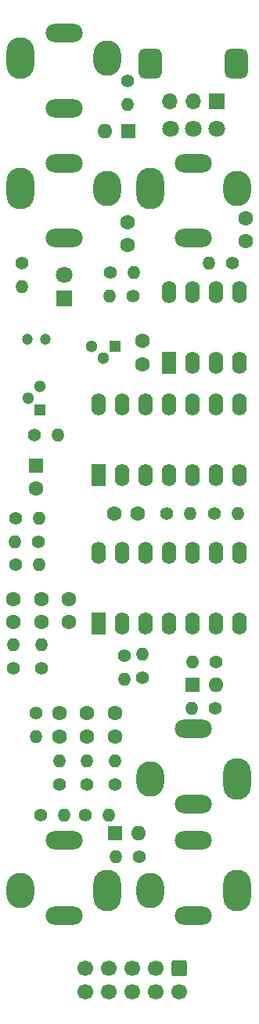
<source format=gbs>
%TF.GenerationSoftware,KiCad,Pcbnew,(6.0.1)*%
%TF.CreationDate,2022-11-03T13:02:17-04:00*%
%TF.ProjectId,ER-SH-NOISE-01,45522d53-482d-44e4-9f49-53452d30312e,1*%
%TF.SameCoordinates,Original*%
%TF.FileFunction,Soldermask,Bot*%
%TF.FilePolarity,Negative*%
%FSLAX46Y46*%
G04 Gerber Fmt 4.6, Leading zero omitted, Abs format (unit mm)*
G04 Created by KiCad (PCBNEW (6.0.1)) date 2022-11-03 13:02:17*
%MOMM*%
%LPD*%
G01*
G04 APERTURE LIST*
G04 Aperture macros list*
%AMRoundRect*
0 Rectangle with rounded corners*
0 $1 Rounding radius*
0 $2 $3 $4 $5 $6 $7 $8 $9 X,Y pos of 4 corners*
0 Add a 4 corners polygon primitive as box body*
4,1,4,$2,$3,$4,$5,$6,$7,$8,$9,$2,$3,0*
0 Add four circle primitives for the rounded corners*
1,1,$1+$1,$2,$3*
1,1,$1+$1,$4,$5*
1,1,$1+$1,$6,$7*
1,1,$1+$1,$8,$9*
0 Add four rect primitives between the rounded corners*
20,1,$1+$1,$2,$3,$4,$5,0*
20,1,$1+$1,$4,$5,$6,$7,0*
20,1,$1+$1,$6,$7,$8,$9,0*
20,1,$1+$1,$8,$9,$2,$3,0*%
G04 Aperture macros list end*
%ADD10R,1.600000X2.400000*%
%ADD11O,1.600000X2.400000*%
%ADD12C,1.400000*%
%ADD13O,1.400000X1.400000*%
%ADD14R,1.600000X1.600000*%
%ADD15O,1.600000X1.600000*%
%ADD16C,1.600000*%
%ADD17R,1.700000X1.700000*%
%ADD18O,1.700000X1.700000*%
%ADD19RoundRect,0.250000X-0.600000X0.600000X-0.600000X-0.600000X0.600000X-0.600000X0.600000X0.600000X0*%
%ADD20C,1.700000*%
%ADD21R,1.300000X1.300000*%
%ADD22C,1.300000*%
%ADD23C,1.200000*%
%ADD24O,3.000000X4.500000*%
%ADD25O,3.000000X3.800000*%
%ADD26O,4.000000X2.000000*%
%ADD27RoundRect,0.578704X0.671296X-1.021296X0.671296X1.021296X-0.671296X1.021296X-0.671296X-1.021296X0*%
%ADD28RoundRect,0.625000X0.625000X-0.975000X0.625000X0.975000X-0.625000X0.975000X-0.625000X-0.975000X0*%
%ADD29C,1.800000*%
%ADD30R,1.800000X1.800000*%
G04 APERTURE END LIST*
D10*
%TO.C,U1*%
X116850008Y-48249992D03*
D11*
X119390008Y-48249992D03*
X121930008Y-48249992D03*
X124470008Y-48249992D03*
X124470008Y-40629992D03*
X121930008Y-40629992D03*
X119390008Y-40629992D03*
X116850008Y-40629992D03*
%TD*%
D12*
%TO.C,R19*%
X105000000Y-93720000D03*
D13*
X105000000Y-91180000D03*
%TD*%
D14*
%TO.C,D2*%
X111045515Y-98958400D03*
D15*
X113585515Y-98958400D03*
%TD*%
D12*
%TO.C,R6*%
X102280000Y-56000000D03*
D13*
X104820000Y-56000000D03*
%TD*%
D10*
%TO.C,U2*%
X109214996Y-60314992D03*
D11*
X111754996Y-60314992D03*
X114294996Y-60314992D03*
X116834996Y-60314992D03*
X119374996Y-60314992D03*
X121914996Y-60314992D03*
X124454996Y-60314992D03*
X124454996Y-52694992D03*
X121914996Y-52694992D03*
X119374996Y-52694992D03*
X116834996Y-52694992D03*
X114294996Y-52694992D03*
X111754996Y-52694992D03*
X109214996Y-52694992D03*
%TD*%
D16*
%TO.C,C12*%
X111000007Y-88500001D03*
X111000007Y-86000001D03*
%TD*%
%TO.C,C1*%
X112395000Y-33039990D03*
X112395000Y-35539990D03*
%TD*%
D12*
%TO.C,R13*%
X103045000Y-81150000D03*
D13*
X103045000Y-78610000D03*
%TD*%
D12*
%TO.C,R5*%
X112980000Y-41000000D03*
D13*
X110440000Y-41000000D03*
%TD*%
D12*
%TO.C,R3*%
X123720000Y-37500000D03*
D13*
X121180000Y-37500000D03*
%TD*%
D17*
%TO.C,J2*%
X122025004Y-20000001D03*
D18*
X119485004Y-20000001D03*
X116945004Y-20000001D03*
%TD*%
D14*
%TO.C,D3*%
X119380000Y-82956400D03*
D15*
X121920000Y-82956400D03*
%TD*%
D12*
%TO.C,R18*%
X102500000Y-86000000D03*
D13*
X102500000Y-88540000D03*
%TD*%
D19*
%TO.C,J8*%
X118000000Y-113500000D03*
D20*
X118000000Y-116040000D03*
X115460000Y-113500000D03*
X115460000Y-116040000D03*
X112920000Y-113500000D03*
X112920000Y-116040000D03*
X110380000Y-113500000D03*
X110380000Y-116040000D03*
X107840000Y-113500000D03*
X107840000Y-116040000D03*
%TD*%
D12*
%TO.C,R11*%
X100280000Y-70000000D03*
D13*
X102820000Y-70000000D03*
%TD*%
D12*
%TO.C,R23*%
X107780000Y-97000000D03*
D13*
X110320000Y-97000000D03*
%TD*%
D16*
%TO.C,C7*%
X100045012Y-76180010D03*
X100045012Y-73680010D03*
%TD*%
D14*
%TO.C,D1*%
X112423686Y-23241000D03*
D15*
X109883686Y-23241000D03*
%TD*%
D14*
%TO.C,C5*%
X102500000Y-59294888D03*
D16*
X102500000Y-61794888D03*
%TD*%
D12*
%TO.C,R4*%
X110540000Y-38500000D03*
D13*
X113080000Y-38500000D03*
%TD*%
D12*
%TO.C,R2*%
X100965000Y-37515000D03*
D13*
X100965000Y-40055000D03*
%TD*%
D12*
%TO.C,R15*%
X114000000Y-82220000D03*
D13*
X114000000Y-79680000D03*
%TD*%
D12*
%TO.C,R20*%
X108000000Y-93720000D03*
D13*
X108000000Y-91180000D03*
%TD*%
D12*
%TO.C,R9*%
X100280000Y-65000000D03*
D13*
X102820000Y-65000000D03*
%TD*%
D10*
%TO.C,U3*%
X109214996Y-76300000D03*
D11*
X111754996Y-76300000D03*
X114294996Y-76300000D03*
X116834996Y-76300000D03*
X119374996Y-76300000D03*
X121914996Y-76300000D03*
X124454996Y-76300000D03*
X124454996Y-68680000D03*
X121914996Y-68680000D03*
X119374996Y-68680000D03*
X116834996Y-68680000D03*
X114294996Y-68680000D03*
X111754996Y-68680000D03*
X109214996Y-68680000D03*
%TD*%
D12*
%TO.C,R8*%
X121780000Y-64500000D03*
D13*
X124320000Y-64500000D03*
%TD*%
D12*
%TO.C,R14*%
X112000000Y-79780000D03*
D13*
X112000000Y-82320000D03*
%TD*%
D16*
%TO.C,C9*%
X106045000Y-76180010D03*
X106045000Y-73680010D03*
%TD*%
D12*
%TO.C,R7*%
X116650000Y-64500000D03*
D13*
X119190000Y-64500000D03*
%TD*%
D12*
%TO.C,R1*%
X112395000Y-17830000D03*
D13*
X112395000Y-20370000D03*
%TD*%
D16*
%TO.C,C6*%
X110954990Y-64500000D03*
X113454990Y-64500000D03*
%TD*%
D21*
%TO.C,Q2*%
X102860000Y-53270000D03*
D22*
X101590000Y-52000000D03*
X102860000Y-50730000D03*
%TD*%
D16*
%TO.C,C8*%
X103045006Y-76180010D03*
X103045006Y-73680010D03*
%TD*%
D21*
%TO.C,Q1*%
X110998000Y-46482000D03*
D22*
X109728000Y-47752000D03*
X108458000Y-46482000D03*
%TD*%
D12*
%TO.C,R22*%
X103000000Y-97000000D03*
D13*
X105540000Y-97000000D03*
%TD*%
D12*
%TO.C,R21*%
X111000000Y-93720000D03*
D13*
X111000000Y-91180000D03*
%TD*%
D12*
%TO.C,R24*%
X113640400Y-101447600D03*
D13*
X111100400Y-101447600D03*
%TD*%
D16*
%TO.C,C4*%
X113995200Y-45872400D03*
X113995200Y-48372400D03*
%TD*%
D12*
%TO.C,R12*%
X100045000Y-81150000D03*
D13*
X100045000Y-78610000D03*
%TD*%
D12*
%TO.C,R17*%
X121870000Y-85496400D03*
D13*
X119330000Y-85496400D03*
%TD*%
D12*
%TO.C,R16*%
X121920800Y-80518000D03*
D13*
X119380800Y-80518000D03*
%TD*%
D23*
%TO.C,C3*%
X103500000Y-45720000D03*
X101500000Y-45720000D03*
%TD*%
D16*
%TO.C,C10*%
X104999993Y-88500001D03*
X104999993Y-86000001D03*
%TD*%
D12*
%TO.C,R10*%
X102720000Y-67500000D03*
D13*
X100180000Y-67500000D03*
%TD*%
D16*
%TO.C,C11*%
X108000013Y-88500001D03*
X108000013Y-86000001D03*
%TD*%
%TO.C,C2*%
X125171200Y-32633590D03*
X125171200Y-35133590D03*
%TD*%
D24*
%TO.C,J5*%
X124200000Y-93100000D03*
D25*
X114800000Y-93100000D03*
D26*
X119500000Y-87700000D03*
X119500000Y-95800000D03*
%TD*%
D25*
%TO.C,J1*%
X110200000Y-15400000D03*
D24*
X100800000Y-15400000D03*
D26*
X105500000Y-20800000D03*
X105500000Y-12700000D03*
%TD*%
D24*
%TO.C,J7*%
X110200000Y-105100000D03*
D25*
X100800000Y-105100000D03*
D26*
X105500000Y-99700000D03*
X105500000Y-107800000D03*
%TD*%
D24*
%TO.C,J3*%
X100800000Y-29400000D03*
D25*
X110200000Y-29400000D03*
D26*
X105500000Y-34800000D03*
X105500000Y-26700000D03*
%TD*%
D25*
%TO.C,J6*%
X114800000Y-105100000D03*
D24*
X124200000Y-105100000D03*
D26*
X119500000Y-99700000D03*
X119500000Y-107800000D03*
%TD*%
D27*
%TO.C,RV1*%
X114850000Y-16000000D03*
D28*
X124150000Y-16000000D03*
D29*
X117000000Y-23000000D03*
X119500000Y-23000000D03*
X122000000Y-23000000D03*
%TD*%
D24*
%TO.C,J4*%
X114800000Y-29400000D03*
D25*
X124200000Y-29400000D03*
D26*
X119500000Y-34800000D03*
X119500000Y-26700000D03*
%TD*%
D30*
%TO.C,DS1*%
X105499992Y-41275000D03*
D29*
X105499992Y-38735000D03*
%TD*%
M02*

</source>
